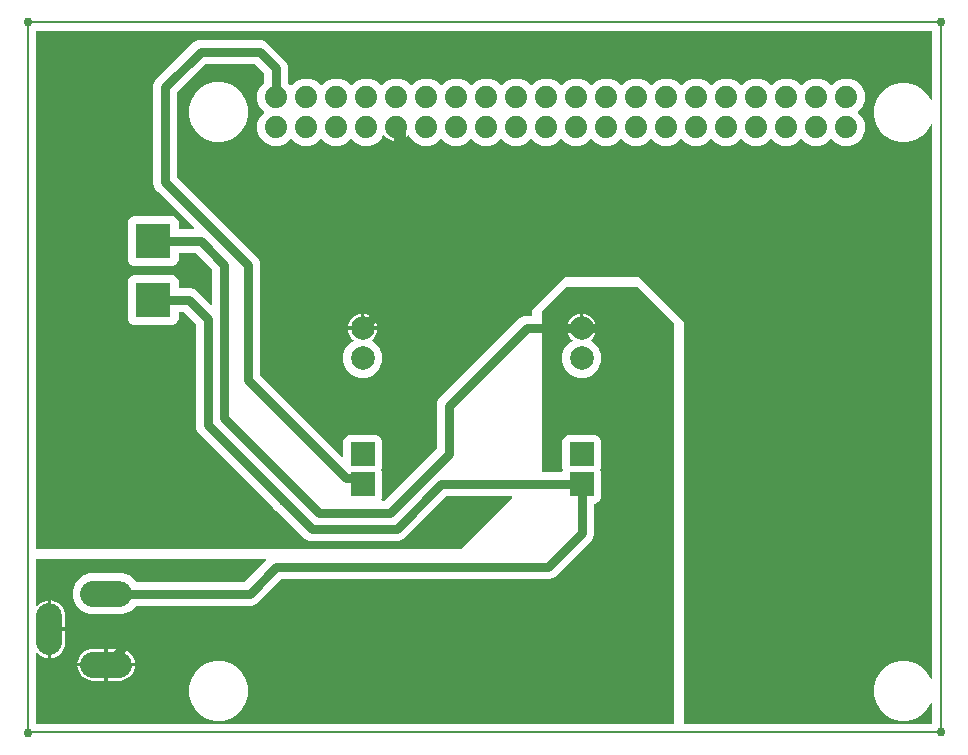
<source format=gbr>
G04 EAGLE Gerber RS-274X export*
G75*
%MOMM*%
%FSLAX34Y34*%
%LPD*%
%AMOC8*
5,1,8,0,0,1.08239X$1,22.5*%
G01*
%ADD10C,2.184400*%
%ADD11C,1.879600*%
%ADD12C,2.000000*%
%ADD13R,2.000000X2.000000*%
%ADD14C,0.756400*%
%ADD15C,0.152400*%
%ADD16C,0.762000*%
%ADD17R,3.000000X3.000000*%

G36*
X768796Y10959D02*
X768796Y10959D01*
X768816Y10956D01*
X768917Y10978D01*
X769019Y10995D01*
X769037Y11004D01*
X769057Y11009D01*
X769146Y11062D01*
X769237Y11110D01*
X769251Y11125D01*
X769268Y11135D01*
X769335Y11214D01*
X769406Y11289D01*
X769415Y11307D01*
X769428Y11322D01*
X769466Y11418D01*
X769510Y11512D01*
X769512Y11531D01*
X769519Y11550D01*
X769538Y11717D01*
X769538Y28047D01*
X769530Y28094D01*
X769532Y28142D01*
X769510Y28215D01*
X769498Y28290D01*
X769476Y28332D01*
X769462Y28378D01*
X769419Y28440D01*
X769383Y28507D01*
X769348Y28540D01*
X769321Y28579D01*
X769260Y28624D01*
X769205Y28676D01*
X769161Y28697D01*
X769123Y28725D01*
X769050Y28748D01*
X768982Y28780D01*
X768934Y28785D01*
X768888Y28800D01*
X768812Y28799D01*
X768737Y28807D01*
X768690Y28797D01*
X768642Y28796D01*
X768571Y28771D01*
X768497Y28755D01*
X768456Y28730D01*
X768410Y28714D01*
X768351Y28667D01*
X768286Y28629D01*
X768255Y28592D01*
X768217Y28563D01*
X768141Y28459D01*
X768126Y28442D01*
X768123Y28436D01*
X768117Y28427D01*
X765285Y23521D01*
X760600Y18836D01*
X754863Y15524D01*
X748464Y13809D01*
X741839Y13809D01*
X735439Y15524D01*
X729702Y18836D01*
X725017Y23521D01*
X721705Y29258D01*
X719990Y35658D01*
X719990Y42283D01*
X721705Y48682D01*
X725017Y54419D01*
X729702Y59104D01*
X735439Y62416D01*
X741839Y64131D01*
X748464Y64131D01*
X754863Y62416D01*
X760600Y59104D01*
X765285Y54419D01*
X768117Y49513D01*
X768148Y49475D01*
X768170Y49433D01*
X768225Y49381D01*
X768273Y49322D01*
X768314Y49297D01*
X768349Y49264D01*
X768417Y49232D01*
X768482Y49191D01*
X768528Y49180D01*
X768572Y49160D01*
X768647Y49152D01*
X768721Y49134D01*
X768769Y49138D01*
X768816Y49133D01*
X768890Y49149D01*
X768966Y49156D01*
X769010Y49175D01*
X769057Y49185D01*
X769122Y49224D01*
X769191Y49255D01*
X769227Y49287D01*
X769268Y49311D01*
X769317Y49369D01*
X769373Y49420D01*
X769396Y49462D01*
X769428Y49498D01*
X769456Y49569D01*
X769493Y49635D01*
X769502Y49682D01*
X769519Y49726D01*
X769534Y49855D01*
X769538Y49877D01*
X769537Y49883D01*
X769538Y49893D01*
X769538Y517996D01*
X769530Y518043D01*
X769532Y518091D01*
X769510Y518164D01*
X769498Y518239D01*
X769476Y518281D01*
X769462Y518327D01*
X769419Y518389D01*
X769383Y518456D01*
X769348Y518489D01*
X769321Y518528D01*
X769260Y518573D01*
X769205Y518625D01*
X769161Y518645D01*
X769123Y518674D01*
X769050Y518697D01*
X768982Y518729D01*
X768934Y518734D01*
X768888Y518749D01*
X768812Y518748D01*
X768737Y518756D01*
X768690Y518746D01*
X768642Y518745D01*
X768571Y518720D01*
X768497Y518704D01*
X768456Y518679D01*
X768410Y518663D01*
X768351Y518616D01*
X768286Y518578D01*
X768255Y518541D01*
X768217Y518512D01*
X768141Y518408D01*
X768126Y518391D01*
X768123Y518384D01*
X768117Y518376D01*
X765274Y513451D01*
X760589Y508766D01*
X754852Y505454D01*
X748452Y503739D01*
X741827Y503739D01*
X735428Y505454D01*
X729691Y508766D01*
X725006Y513451D01*
X721694Y519188D01*
X719979Y525587D01*
X719979Y532212D01*
X721694Y538611D01*
X725006Y544349D01*
X729691Y549033D01*
X735428Y552346D01*
X741827Y554060D01*
X748452Y554060D01*
X754852Y552346D01*
X760589Y549033D01*
X765274Y544349D01*
X768117Y539423D01*
X768148Y539386D01*
X768170Y539343D01*
X768225Y539291D01*
X768273Y539232D01*
X768314Y539207D01*
X768349Y539174D01*
X768417Y539142D01*
X768482Y539102D01*
X768528Y539090D01*
X768572Y539070D01*
X768647Y539062D01*
X768721Y539044D01*
X768769Y539048D01*
X768816Y539043D01*
X768890Y539059D01*
X768966Y539066D01*
X769010Y539085D01*
X769057Y539095D01*
X769122Y539134D01*
X769191Y539165D01*
X769227Y539197D01*
X769268Y539222D01*
X769317Y539279D01*
X769373Y539330D01*
X769396Y539372D01*
X769428Y539409D01*
X769456Y539479D01*
X769493Y539545D01*
X769502Y539592D01*
X769519Y539637D01*
X769534Y539765D01*
X769538Y539787D01*
X769537Y539793D01*
X769538Y539803D01*
X769538Y597365D01*
X769535Y597385D01*
X769537Y597405D01*
X769515Y597506D01*
X769498Y597608D01*
X769489Y597626D01*
X769485Y597645D01*
X769431Y597734D01*
X769383Y597825D01*
X769369Y597839D01*
X769358Y597856D01*
X769280Y597924D01*
X769205Y597995D01*
X769187Y598003D01*
X769172Y598016D01*
X769075Y598055D01*
X768982Y598098D01*
X768962Y598101D01*
X768943Y598108D01*
X768777Y598127D01*
X11603Y598127D01*
X11583Y598123D01*
X11563Y598126D01*
X11462Y598104D01*
X11360Y598087D01*
X11343Y598078D01*
X11323Y598073D01*
X11234Y598020D01*
X11143Y597972D01*
X11129Y597957D01*
X11112Y597947D01*
X11045Y597868D01*
X10973Y597793D01*
X10965Y597775D01*
X10952Y597760D01*
X10913Y597664D01*
X10870Y597570D01*
X10868Y597551D01*
X10860Y597532D01*
X10842Y597365D01*
X10842Y160000D01*
X10845Y159980D01*
X10843Y159961D01*
X10865Y159859D01*
X10881Y159757D01*
X10891Y159740D01*
X10895Y159720D01*
X10948Y159631D01*
X10996Y159540D01*
X11011Y159526D01*
X11021Y159509D01*
X11100Y159442D01*
X11175Y159371D01*
X11193Y159362D01*
X11208Y159349D01*
X11304Y159310D01*
X11398Y159267D01*
X11418Y159265D01*
X11436Y159257D01*
X11603Y159239D01*
X370000Y159239D01*
X370090Y159254D01*
X370181Y159261D01*
X370211Y159273D01*
X370243Y159279D01*
X370323Y159321D01*
X370407Y159357D01*
X370439Y159383D01*
X370460Y159394D01*
X370482Y159417D01*
X370538Y159462D01*
X413576Y202500D01*
X413618Y202558D01*
X413668Y202610D01*
X413690Y202657D01*
X413720Y202699D01*
X413741Y202768D01*
X413771Y202833D01*
X413777Y202885D01*
X413792Y202935D01*
X413790Y203006D01*
X413798Y203077D01*
X413787Y203128D01*
X413786Y203180D01*
X413761Y203248D01*
X413746Y203318D01*
X413719Y203362D01*
X413701Y203411D01*
X413657Y203467D01*
X413620Y203529D01*
X413580Y203563D01*
X413548Y203603D01*
X413487Y203642D01*
X413433Y203689D01*
X413385Y203708D01*
X413341Y203736D01*
X413271Y203754D01*
X413205Y203781D01*
X413133Y203789D01*
X413102Y203797D01*
X413079Y203795D01*
X413038Y203799D01*
X358484Y203799D01*
X358394Y203785D01*
X358303Y203777D01*
X358273Y203765D01*
X358241Y203760D01*
X358161Y203717D01*
X358077Y203681D01*
X358045Y203655D01*
X358024Y203644D01*
X358002Y203621D01*
X357946Y203576D01*
X321786Y167416D01*
X318051Y165869D01*
X242192Y165869D01*
X238458Y167416D01*
X214767Y191107D01*
X214714Y191145D01*
X214667Y191191D01*
X214594Y191231D01*
X214567Y191251D01*
X214549Y191256D01*
X214520Y191272D01*
X214244Y191386D01*
X211386Y194244D01*
X211272Y194520D01*
X211237Y194576D01*
X211212Y194636D01*
X211160Y194701D01*
X211142Y194729D01*
X211127Y194741D01*
X211107Y194767D01*
X150381Y255492D01*
X150381Y255493D01*
X147416Y258458D01*
X145869Y262192D01*
X145869Y349446D01*
X145855Y349536D01*
X145847Y349627D01*
X145835Y349657D01*
X145830Y349689D01*
X145787Y349769D01*
X145751Y349853D01*
X145725Y349885D01*
X145714Y349906D01*
X145691Y349928D01*
X145646Y349984D01*
X136014Y359616D01*
X135940Y359669D01*
X135871Y359729D01*
X135841Y359741D01*
X135815Y359760D01*
X135728Y359787D01*
X135643Y359821D01*
X135602Y359825D01*
X135579Y359832D01*
X135547Y359831D01*
X135476Y359839D01*
X132112Y359839D01*
X132092Y359836D01*
X132073Y359838D01*
X131971Y359816D01*
X131869Y359800D01*
X131852Y359790D01*
X131832Y359786D01*
X131743Y359733D01*
X131652Y359684D01*
X131638Y359670D01*
X131621Y359660D01*
X131554Y359581D01*
X131482Y359506D01*
X131474Y359488D01*
X131461Y359473D01*
X131422Y359377D01*
X131379Y359283D01*
X131377Y359263D01*
X131369Y359245D01*
X131351Y359078D01*
X131351Y353737D01*
X130384Y351403D01*
X128597Y349616D01*
X126263Y348649D01*
X93737Y348649D01*
X91403Y349616D01*
X89616Y351403D01*
X88649Y353737D01*
X88649Y386263D01*
X89616Y388597D01*
X91403Y390384D01*
X93737Y391351D01*
X126263Y391351D01*
X128597Y390384D01*
X130384Y388597D01*
X131351Y386263D01*
X131351Y380922D01*
X131354Y380903D01*
X131352Y380883D01*
X131374Y380781D01*
X131390Y380679D01*
X131400Y380662D01*
X131404Y380642D01*
X131457Y380553D01*
X131506Y380462D01*
X131520Y380448D01*
X131530Y380431D01*
X131609Y380364D01*
X131684Y380292D01*
X131702Y380284D01*
X131717Y380271D01*
X131813Y380232D01*
X131907Y380189D01*
X131927Y380187D01*
X131945Y380179D01*
X132112Y380161D01*
X142021Y380161D01*
X145756Y378614D01*
X148721Y375649D01*
X158540Y365830D01*
X158598Y365788D01*
X158650Y365738D01*
X158697Y365716D01*
X158739Y365686D01*
X158808Y365665D01*
X158873Y365635D01*
X158925Y365629D01*
X158975Y365614D01*
X159046Y365616D01*
X159117Y365608D01*
X159168Y365619D01*
X159220Y365620D01*
X159288Y365645D01*
X159358Y365660D01*
X159402Y365687D01*
X159451Y365705D01*
X159507Y365749D01*
X159569Y365786D01*
X159603Y365826D01*
X159643Y365858D01*
X159682Y365919D01*
X159729Y365973D01*
X159748Y366021D01*
X159776Y366065D01*
X159794Y366135D01*
X159821Y366201D01*
X159829Y366273D01*
X159837Y366304D01*
X159835Y366327D01*
X159839Y366368D01*
X159839Y395476D01*
X159825Y395566D01*
X159817Y395657D01*
X159805Y395687D01*
X159800Y395719D01*
X159757Y395799D01*
X159721Y395883D01*
X159695Y395915D01*
X159684Y395936D01*
X159661Y395958D01*
X159616Y396014D01*
X146014Y409616D01*
X145940Y409669D01*
X145871Y409729D01*
X145841Y409741D01*
X145814Y409760D01*
X145728Y409787D01*
X145643Y409821D01*
X145602Y409825D01*
X145579Y409832D01*
X145547Y409831D01*
X145476Y409839D01*
X132112Y409839D01*
X132092Y409836D01*
X132073Y409838D01*
X131971Y409816D01*
X131869Y409800D01*
X131852Y409790D01*
X131832Y409786D01*
X131743Y409733D01*
X131652Y409684D01*
X131638Y409670D01*
X131621Y409660D01*
X131554Y409581D01*
X131482Y409506D01*
X131474Y409488D01*
X131461Y409473D01*
X131422Y409377D01*
X131379Y409283D01*
X131377Y409263D01*
X131369Y409245D01*
X131351Y409078D01*
X131351Y403737D01*
X130384Y401403D01*
X128597Y399616D01*
X126263Y398649D01*
X93737Y398649D01*
X91403Y399616D01*
X89616Y401403D01*
X88649Y403737D01*
X88649Y436263D01*
X89616Y438597D01*
X91403Y440384D01*
X93737Y441351D01*
X126263Y441351D01*
X128597Y440384D01*
X130384Y438597D01*
X131351Y436263D01*
X131351Y430922D01*
X131354Y430902D01*
X131352Y430883D01*
X131374Y430781D01*
X131390Y430679D01*
X131400Y430662D01*
X131404Y430642D01*
X131457Y430553D01*
X131506Y430462D01*
X131520Y430448D01*
X131530Y430431D01*
X131609Y430364D01*
X131684Y430292D01*
X131702Y430284D01*
X131717Y430271D01*
X131813Y430232D01*
X131907Y430189D01*
X131927Y430187D01*
X131945Y430179D01*
X132112Y430161D01*
X143632Y430161D01*
X143703Y430172D01*
X143774Y430174D01*
X143823Y430192D01*
X143875Y430200D01*
X143938Y430234D01*
X144005Y430259D01*
X144046Y430291D01*
X144092Y430316D01*
X144141Y430368D01*
X144197Y430412D01*
X144226Y430456D01*
X144262Y430494D01*
X144292Y430559D01*
X144330Y430619D01*
X144343Y430670D01*
X144365Y430717D01*
X144373Y430788D01*
X144391Y430858D01*
X144386Y430910D01*
X144392Y430961D01*
X144377Y431032D01*
X144371Y431103D01*
X144351Y431151D01*
X144340Y431202D01*
X144303Y431263D01*
X144275Y431329D01*
X144230Y431385D01*
X144214Y431413D01*
X144196Y431428D01*
X144170Y431460D01*
X114351Y461279D01*
X111386Y464244D01*
X109839Y467979D01*
X109839Y552021D01*
X111386Y555756D01*
X114351Y558721D01*
X141279Y585649D01*
X144244Y588614D01*
X147979Y590161D01*
X202021Y590161D01*
X205756Y588614D01*
X222554Y571816D01*
X224100Y568081D01*
X224100Y554195D01*
X224115Y554105D01*
X224122Y554014D01*
X224135Y553985D01*
X224140Y553953D01*
X224183Y553872D01*
X224219Y553788D01*
X224244Y553756D01*
X224255Y553735D01*
X224279Y553713D01*
X224323Y553657D01*
X226101Y551879D01*
X226118Y551868D01*
X226130Y551852D01*
X226217Y551796D01*
X226301Y551736D01*
X226320Y551730D01*
X226337Y551719D01*
X226437Y551694D01*
X226536Y551663D01*
X226556Y551664D01*
X226575Y551659D01*
X226678Y551667D01*
X226782Y551670D01*
X226801Y551676D01*
X226821Y551678D01*
X226916Y551719D01*
X227013Y551754D01*
X227029Y551767D01*
X227047Y551774D01*
X227178Y551879D01*
X230419Y555120D01*
X236207Y557518D01*
X242472Y557518D01*
X248261Y555120D01*
X251501Y551879D01*
X251518Y551868D01*
X251530Y551852D01*
X251617Y551796D01*
X251701Y551736D01*
X251720Y551730D01*
X251737Y551719D01*
X251837Y551694D01*
X251936Y551663D01*
X251956Y551664D01*
X251975Y551659D01*
X252078Y551667D01*
X252182Y551670D01*
X252201Y551676D01*
X252221Y551678D01*
X252316Y551718D01*
X252413Y551754D01*
X252429Y551767D01*
X252447Y551774D01*
X252578Y551879D01*
X255819Y555120D01*
X261607Y557518D01*
X267872Y557518D01*
X273661Y555120D01*
X276901Y551879D01*
X276918Y551868D01*
X276930Y551852D01*
X277017Y551796D01*
X277101Y551736D01*
X277120Y551730D01*
X277137Y551719D01*
X277237Y551694D01*
X277336Y551663D01*
X277356Y551664D01*
X277375Y551659D01*
X277478Y551667D01*
X277582Y551670D01*
X277601Y551676D01*
X277621Y551678D01*
X277716Y551718D01*
X277813Y551754D01*
X277829Y551767D01*
X277847Y551774D01*
X277978Y551879D01*
X281219Y555120D01*
X287007Y557518D01*
X293272Y557518D01*
X299061Y555120D01*
X302301Y551879D01*
X302318Y551868D01*
X302330Y551852D01*
X302417Y551796D01*
X302501Y551736D01*
X302520Y551730D01*
X302537Y551719D01*
X302637Y551694D01*
X302736Y551663D01*
X302756Y551664D01*
X302775Y551659D01*
X302878Y551667D01*
X302982Y551670D01*
X303001Y551676D01*
X303021Y551678D01*
X303116Y551718D01*
X303213Y551754D01*
X303229Y551767D01*
X303247Y551774D01*
X303378Y551879D01*
X306619Y555120D01*
X312407Y557518D01*
X318672Y557518D01*
X324461Y555120D01*
X327701Y551879D01*
X327718Y551868D01*
X327730Y551852D01*
X327817Y551796D01*
X327901Y551736D01*
X327920Y551730D01*
X327937Y551719D01*
X328037Y551694D01*
X328136Y551663D01*
X328156Y551664D01*
X328175Y551659D01*
X328278Y551667D01*
X328382Y551670D01*
X328401Y551676D01*
X328421Y551678D01*
X328516Y551718D01*
X328613Y551754D01*
X328629Y551767D01*
X328647Y551774D01*
X328778Y551879D01*
X332019Y555120D01*
X337807Y557518D01*
X344072Y557518D01*
X349861Y555120D01*
X353101Y551879D01*
X353118Y551868D01*
X353130Y551852D01*
X353217Y551796D01*
X353301Y551736D01*
X353320Y551730D01*
X353337Y551719D01*
X353437Y551694D01*
X353536Y551663D01*
X353556Y551664D01*
X353575Y551659D01*
X353678Y551667D01*
X353782Y551670D01*
X353801Y551676D01*
X353821Y551678D01*
X353916Y551718D01*
X354013Y551754D01*
X354029Y551767D01*
X354047Y551774D01*
X354178Y551879D01*
X357419Y555120D01*
X363207Y557518D01*
X369472Y557518D01*
X375261Y555120D01*
X378501Y551879D01*
X378518Y551868D01*
X378530Y551852D01*
X378617Y551796D01*
X378701Y551736D01*
X378720Y551730D01*
X378737Y551719D01*
X378837Y551694D01*
X378936Y551663D01*
X378956Y551664D01*
X378975Y551659D01*
X379078Y551667D01*
X379182Y551670D01*
X379201Y551676D01*
X379221Y551678D01*
X379316Y551718D01*
X379413Y551754D01*
X379429Y551767D01*
X379447Y551774D01*
X379578Y551879D01*
X382819Y555120D01*
X388607Y557518D01*
X394872Y557518D01*
X400661Y555120D01*
X403901Y551879D01*
X403918Y551868D01*
X403930Y551852D01*
X404017Y551796D01*
X404101Y551736D01*
X404120Y551730D01*
X404137Y551719D01*
X404237Y551694D01*
X404336Y551663D01*
X404356Y551664D01*
X404375Y551659D01*
X404478Y551667D01*
X404582Y551670D01*
X404601Y551676D01*
X404621Y551678D01*
X404716Y551718D01*
X404813Y551754D01*
X404829Y551767D01*
X404847Y551774D01*
X404978Y551879D01*
X408219Y555120D01*
X414007Y557518D01*
X420272Y557518D01*
X426061Y555120D01*
X429301Y551879D01*
X429318Y551868D01*
X429330Y551852D01*
X429417Y551796D01*
X429501Y551736D01*
X429520Y551730D01*
X429537Y551719D01*
X429637Y551694D01*
X429736Y551663D01*
X429756Y551664D01*
X429775Y551659D01*
X429878Y551667D01*
X429982Y551670D01*
X430001Y551676D01*
X430021Y551678D01*
X430116Y551718D01*
X430213Y551754D01*
X430229Y551767D01*
X430247Y551774D01*
X430378Y551879D01*
X433619Y555120D01*
X439407Y557518D01*
X445672Y557518D01*
X451461Y555120D01*
X454701Y551879D01*
X454718Y551868D01*
X454730Y551852D01*
X454817Y551796D01*
X454901Y551736D01*
X454920Y551730D01*
X454937Y551719D01*
X455037Y551694D01*
X455136Y551663D01*
X455156Y551664D01*
X455175Y551659D01*
X455278Y551667D01*
X455382Y551670D01*
X455401Y551676D01*
X455421Y551678D01*
X455516Y551718D01*
X455613Y551754D01*
X455629Y551767D01*
X455647Y551774D01*
X455778Y551879D01*
X459019Y555120D01*
X464807Y557518D01*
X471072Y557518D01*
X476861Y555120D01*
X480101Y551879D01*
X480118Y551868D01*
X480130Y551852D01*
X480217Y551796D01*
X480301Y551736D01*
X480320Y551730D01*
X480337Y551719D01*
X480437Y551694D01*
X480536Y551663D01*
X480556Y551664D01*
X480575Y551659D01*
X480678Y551667D01*
X480782Y551670D01*
X480801Y551676D01*
X480821Y551678D01*
X480916Y551718D01*
X481013Y551754D01*
X481029Y551767D01*
X481047Y551774D01*
X481178Y551879D01*
X484419Y555120D01*
X490207Y557518D01*
X496472Y557518D01*
X502261Y555120D01*
X505501Y551879D01*
X505518Y551868D01*
X505530Y551852D01*
X505617Y551796D01*
X505701Y551736D01*
X505720Y551730D01*
X505737Y551719D01*
X505837Y551694D01*
X505936Y551663D01*
X505956Y551664D01*
X505975Y551659D01*
X506078Y551667D01*
X506182Y551670D01*
X506201Y551676D01*
X506221Y551678D01*
X506316Y551718D01*
X506413Y551754D01*
X506429Y551767D01*
X506447Y551774D01*
X506578Y551879D01*
X509819Y555120D01*
X515607Y557518D01*
X521872Y557518D01*
X527661Y555120D01*
X530901Y551879D01*
X530918Y551868D01*
X530930Y551852D01*
X531017Y551796D01*
X531101Y551736D01*
X531120Y551730D01*
X531137Y551719D01*
X531237Y551694D01*
X531336Y551663D01*
X531356Y551664D01*
X531375Y551659D01*
X531478Y551667D01*
X531582Y551670D01*
X531601Y551676D01*
X531621Y551678D01*
X531716Y551718D01*
X531813Y551754D01*
X531829Y551767D01*
X531847Y551774D01*
X531978Y551879D01*
X535219Y555120D01*
X541007Y557518D01*
X547272Y557518D01*
X553061Y555120D01*
X556301Y551879D01*
X556318Y551868D01*
X556330Y551852D01*
X556417Y551796D01*
X556501Y551736D01*
X556520Y551730D01*
X556537Y551719D01*
X556637Y551694D01*
X556736Y551663D01*
X556756Y551664D01*
X556775Y551659D01*
X556878Y551667D01*
X556982Y551670D01*
X557001Y551676D01*
X557021Y551678D01*
X557116Y551718D01*
X557213Y551754D01*
X557229Y551767D01*
X557247Y551774D01*
X557378Y551879D01*
X560619Y555120D01*
X566407Y557518D01*
X572672Y557518D01*
X578461Y555120D01*
X581701Y551879D01*
X581718Y551868D01*
X581730Y551852D01*
X581817Y551796D01*
X581901Y551736D01*
X581920Y551730D01*
X581937Y551719D01*
X582037Y551694D01*
X582136Y551663D01*
X582156Y551664D01*
X582175Y551659D01*
X582278Y551667D01*
X582382Y551670D01*
X582401Y551676D01*
X582421Y551678D01*
X582516Y551718D01*
X582613Y551754D01*
X582629Y551767D01*
X582647Y551774D01*
X582778Y551879D01*
X586019Y555120D01*
X591807Y557518D01*
X598072Y557518D01*
X603861Y555120D01*
X607101Y551879D01*
X607118Y551868D01*
X607130Y551852D01*
X607217Y551796D01*
X607301Y551736D01*
X607320Y551730D01*
X607337Y551719D01*
X607437Y551694D01*
X607536Y551663D01*
X607556Y551664D01*
X607575Y551659D01*
X607678Y551667D01*
X607782Y551670D01*
X607801Y551676D01*
X607821Y551678D01*
X607916Y551718D01*
X608013Y551754D01*
X608029Y551767D01*
X608047Y551774D01*
X608178Y551879D01*
X611419Y555120D01*
X617207Y557518D01*
X623472Y557518D01*
X629261Y555120D01*
X632501Y551879D01*
X632518Y551868D01*
X632530Y551852D01*
X632617Y551796D01*
X632701Y551736D01*
X632720Y551730D01*
X632737Y551719D01*
X632837Y551694D01*
X632936Y551663D01*
X632956Y551664D01*
X632975Y551659D01*
X633078Y551667D01*
X633182Y551670D01*
X633201Y551676D01*
X633221Y551678D01*
X633316Y551718D01*
X633413Y551754D01*
X633429Y551767D01*
X633447Y551774D01*
X633578Y551879D01*
X636819Y555120D01*
X642607Y557518D01*
X648872Y557518D01*
X654661Y555120D01*
X657901Y551879D01*
X657918Y551868D01*
X657930Y551852D01*
X658017Y551796D01*
X658101Y551736D01*
X658120Y551730D01*
X658137Y551719D01*
X658237Y551694D01*
X658336Y551663D01*
X658356Y551664D01*
X658375Y551659D01*
X658478Y551667D01*
X658582Y551670D01*
X658601Y551676D01*
X658621Y551678D01*
X658716Y551718D01*
X658813Y551754D01*
X658829Y551767D01*
X658847Y551774D01*
X658978Y551879D01*
X662219Y555120D01*
X668007Y557518D01*
X674272Y557518D01*
X680061Y555120D01*
X683301Y551879D01*
X683318Y551868D01*
X683330Y551852D01*
X683417Y551796D01*
X683501Y551736D01*
X683520Y551730D01*
X683537Y551719D01*
X683637Y551694D01*
X683736Y551663D01*
X683756Y551664D01*
X683775Y551659D01*
X683878Y551667D01*
X683982Y551670D01*
X684001Y551676D01*
X684021Y551678D01*
X684116Y551718D01*
X684213Y551754D01*
X684229Y551767D01*
X684247Y551774D01*
X684378Y551879D01*
X687619Y555120D01*
X693407Y557518D01*
X699672Y557518D01*
X705461Y555120D01*
X709891Y550690D01*
X712288Y544901D01*
X712288Y538636D01*
X709891Y532848D01*
X706650Y529607D01*
X706638Y529591D01*
X706623Y529578D01*
X706567Y529491D01*
X706507Y529407D01*
X706501Y529388D01*
X706490Y529372D01*
X706465Y529271D01*
X706434Y529172D01*
X706435Y529152D01*
X706430Y529133D01*
X706438Y529030D01*
X706441Y528926D01*
X706447Y528908D01*
X706449Y528888D01*
X706489Y528793D01*
X706525Y528695D01*
X706537Y528680D01*
X706545Y528661D01*
X706650Y528530D01*
X709891Y525290D01*
X712288Y519501D01*
X712288Y513236D01*
X709891Y507448D01*
X705461Y503018D01*
X699672Y500620D01*
X693407Y500620D01*
X687619Y503018D01*
X684378Y506258D01*
X684362Y506270D01*
X684349Y506286D01*
X684262Y506342D01*
X684178Y506402D01*
X684159Y506408D01*
X684142Y506419D01*
X684042Y506444D01*
X683943Y506474D01*
X683923Y506474D01*
X683904Y506479D01*
X683801Y506471D01*
X683697Y506468D01*
X683678Y506461D01*
X683659Y506460D01*
X683564Y506419D01*
X683466Y506384D01*
X683451Y506371D01*
X683432Y506363D01*
X683301Y506258D01*
X680061Y503018D01*
X674272Y500620D01*
X668007Y500620D01*
X662219Y503018D01*
X658978Y506258D01*
X658962Y506270D01*
X658949Y506286D01*
X658862Y506342D01*
X658778Y506402D01*
X658759Y506408D01*
X658742Y506419D01*
X658642Y506444D01*
X658543Y506474D01*
X658523Y506474D01*
X658504Y506479D01*
X658401Y506471D01*
X658297Y506468D01*
X658278Y506461D01*
X658259Y506460D01*
X658164Y506419D01*
X658066Y506384D01*
X658051Y506371D01*
X658032Y506363D01*
X657901Y506258D01*
X654661Y503018D01*
X648872Y500620D01*
X642607Y500620D01*
X636819Y503018D01*
X633578Y506258D01*
X633562Y506270D01*
X633549Y506286D01*
X633462Y506342D01*
X633378Y506402D01*
X633359Y506408D01*
X633342Y506419D01*
X633242Y506444D01*
X633143Y506474D01*
X633123Y506474D01*
X633104Y506479D01*
X633001Y506471D01*
X632897Y506468D01*
X632878Y506461D01*
X632859Y506460D01*
X632764Y506419D01*
X632666Y506384D01*
X632651Y506371D01*
X632632Y506363D01*
X632501Y506258D01*
X629261Y503018D01*
X623472Y500620D01*
X617207Y500620D01*
X611419Y503018D01*
X608178Y506258D01*
X608162Y506270D01*
X608149Y506286D01*
X608062Y506342D01*
X607978Y506402D01*
X607959Y506408D01*
X607942Y506419D01*
X607842Y506444D01*
X607743Y506474D01*
X607723Y506474D01*
X607704Y506479D01*
X607601Y506471D01*
X607497Y506468D01*
X607478Y506461D01*
X607459Y506460D01*
X607364Y506419D01*
X607266Y506384D01*
X607251Y506371D01*
X607232Y506363D01*
X607101Y506258D01*
X603861Y503018D01*
X598072Y500620D01*
X591807Y500620D01*
X586019Y503018D01*
X582778Y506258D01*
X582762Y506270D01*
X582749Y506286D01*
X582662Y506342D01*
X582578Y506402D01*
X582559Y506408D01*
X582542Y506419D01*
X582442Y506444D01*
X582343Y506474D01*
X582323Y506474D01*
X582304Y506479D01*
X582201Y506471D01*
X582097Y506468D01*
X582078Y506461D01*
X582059Y506460D01*
X581964Y506419D01*
X581866Y506384D01*
X581851Y506371D01*
X581832Y506363D01*
X581701Y506258D01*
X578461Y503018D01*
X572672Y500620D01*
X566407Y500620D01*
X560619Y503018D01*
X557378Y506258D01*
X557362Y506270D01*
X557349Y506286D01*
X557262Y506342D01*
X557178Y506402D01*
X557159Y506408D01*
X557142Y506419D01*
X557042Y506444D01*
X556943Y506474D01*
X556923Y506474D01*
X556904Y506479D01*
X556801Y506471D01*
X556697Y506468D01*
X556678Y506461D01*
X556659Y506460D01*
X556564Y506419D01*
X556466Y506384D01*
X556451Y506371D01*
X556432Y506363D01*
X556301Y506258D01*
X553061Y503018D01*
X547272Y500620D01*
X541007Y500620D01*
X535219Y503018D01*
X531978Y506258D01*
X531962Y506270D01*
X531949Y506286D01*
X531862Y506342D01*
X531778Y506402D01*
X531759Y506408D01*
X531742Y506419D01*
X531642Y506444D01*
X531543Y506474D01*
X531523Y506474D01*
X531504Y506479D01*
X531401Y506471D01*
X531297Y506468D01*
X531279Y506461D01*
X531259Y506460D01*
X531164Y506419D01*
X531066Y506384D01*
X531051Y506371D01*
X531032Y506363D01*
X530901Y506258D01*
X527661Y503018D01*
X521872Y500620D01*
X515607Y500620D01*
X509819Y503018D01*
X506578Y506258D01*
X506562Y506270D01*
X506549Y506286D01*
X506462Y506342D01*
X506378Y506402D01*
X506359Y506408D01*
X506342Y506419D01*
X506242Y506444D01*
X506143Y506474D01*
X506123Y506474D01*
X506104Y506479D01*
X506001Y506471D01*
X505897Y506468D01*
X505878Y506461D01*
X505859Y506460D01*
X505764Y506419D01*
X505666Y506384D01*
X505651Y506371D01*
X505632Y506363D01*
X505501Y506258D01*
X502261Y503018D01*
X496472Y500620D01*
X490207Y500620D01*
X484419Y503018D01*
X481178Y506258D01*
X481162Y506270D01*
X481149Y506286D01*
X481062Y506342D01*
X480978Y506402D01*
X480959Y506408D01*
X480942Y506419D01*
X480842Y506444D01*
X480743Y506474D01*
X480723Y506474D01*
X480704Y506479D01*
X480601Y506471D01*
X480497Y506468D01*
X480478Y506461D01*
X480459Y506460D01*
X480364Y506419D01*
X480266Y506384D01*
X480251Y506371D01*
X480232Y506363D01*
X480101Y506258D01*
X476861Y503018D01*
X471072Y500620D01*
X464807Y500620D01*
X459019Y503018D01*
X455778Y506258D01*
X455762Y506270D01*
X455749Y506286D01*
X455662Y506342D01*
X455578Y506402D01*
X455559Y506408D01*
X455542Y506419D01*
X455442Y506444D01*
X455343Y506474D01*
X455323Y506474D01*
X455304Y506479D01*
X455201Y506471D01*
X455097Y506468D01*
X455078Y506461D01*
X455059Y506460D01*
X454964Y506419D01*
X454866Y506384D01*
X454851Y506371D01*
X454832Y506363D01*
X454701Y506258D01*
X451461Y503018D01*
X445672Y500620D01*
X439407Y500620D01*
X433619Y503018D01*
X430378Y506258D01*
X430362Y506270D01*
X430349Y506286D01*
X430262Y506342D01*
X430178Y506402D01*
X430159Y506408D01*
X430142Y506419D01*
X430042Y506444D01*
X429943Y506474D01*
X429923Y506474D01*
X429904Y506479D01*
X429801Y506471D01*
X429697Y506468D01*
X429678Y506461D01*
X429659Y506460D01*
X429564Y506419D01*
X429466Y506384D01*
X429451Y506371D01*
X429432Y506363D01*
X429301Y506258D01*
X426061Y503018D01*
X420272Y500620D01*
X414007Y500620D01*
X408219Y503018D01*
X404978Y506258D01*
X404962Y506270D01*
X404949Y506286D01*
X404862Y506342D01*
X404778Y506402D01*
X404759Y506408D01*
X404742Y506419D01*
X404642Y506444D01*
X404543Y506474D01*
X404523Y506474D01*
X404504Y506479D01*
X404401Y506471D01*
X404297Y506468D01*
X404278Y506461D01*
X404259Y506460D01*
X404164Y506419D01*
X404066Y506384D01*
X404051Y506371D01*
X404032Y506363D01*
X403901Y506258D01*
X400661Y503018D01*
X394872Y500620D01*
X388607Y500620D01*
X382819Y503018D01*
X379578Y506258D01*
X379562Y506270D01*
X379549Y506286D01*
X379462Y506342D01*
X379378Y506402D01*
X379359Y506408D01*
X379342Y506419D01*
X379242Y506444D01*
X379143Y506474D01*
X379123Y506474D01*
X379104Y506479D01*
X379001Y506471D01*
X378897Y506468D01*
X378878Y506461D01*
X378859Y506460D01*
X378764Y506419D01*
X378666Y506384D01*
X378651Y506371D01*
X378632Y506363D01*
X378501Y506258D01*
X375261Y503018D01*
X369472Y500620D01*
X363207Y500620D01*
X357419Y503018D01*
X354178Y506258D01*
X354162Y506270D01*
X354149Y506286D01*
X354062Y506342D01*
X353978Y506402D01*
X353959Y506408D01*
X353942Y506419D01*
X353842Y506444D01*
X353743Y506474D01*
X353723Y506474D01*
X353704Y506479D01*
X353601Y506471D01*
X353497Y506468D01*
X353478Y506461D01*
X353459Y506460D01*
X353364Y506419D01*
X353266Y506384D01*
X353251Y506371D01*
X353232Y506363D01*
X353101Y506258D01*
X349861Y503018D01*
X344072Y500620D01*
X337807Y500620D01*
X332019Y503018D01*
X327589Y507448D01*
X326739Y509500D01*
X326683Y509589D01*
X326632Y509681D01*
X326619Y509693D01*
X326609Y509709D01*
X326528Y509776D01*
X326450Y509847D01*
X326434Y509854D01*
X326420Y509866D01*
X326322Y509903D01*
X326225Y509946D01*
X326207Y509947D01*
X326190Y509954D01*
X326085Y509958D01*
X325980Y509968D01*
X325962Y509963D01*
X325944Y509964D01*
X325843Y509935D01*
X325741Y509910D01*
X325725Y509901D01*
X325708Y509896D01*
X325622Y509836D01*
X325532Y509780D01*
X325517Y509763D01*
X325506Y509755D01*
X325487Y509730D01*
X325419Y509656D01*
X324646Y508591D01*
X323317Y507263D01*
X321797Y506158D01*
X320123Y505305D01*
X318335Y504724D01*
X317063Y504522D01*
X317063Y515607D01*
X317060Y515626D01*
X317062Y515646D01*
X317040Y515747D01*
X317023Y515849D01*
X317014Y515867D01*
X317010Y515886D01*
X316956Y515975D01*
X316908Y516067D01*
X316894Y516080D01*
X316883Y516098D01*
X316805Y516165D01*
X316730Y516236D01*
X316712Y516245D01*
X316697Y516257D01*
X316600Y516296D01*
X316507Y516340D01*
X316487Y516342D01*
X316468Y516349D01*
X316302Y516368D01*
X314778Y516368D01*
X314758Y516365D01*
X314738Y516367D01*
X314637Y516345D01*
X314535Y516328D01*
X314517Y516319D01*
X314498Y516315D01*
X314409Y516261D01*
X314318Y516213D01*
X314304Y516199D01*
X314287Y516188D01*
X314219Y516110D01*
X314148Y516035D01*
X314140Y516017D01*
X314127Y516002D01*
X314088Y515905D01*
X314045Y515812D01*
X314042Y515792D01*
X314035Y515773D01*
X314016Y515607D01*
X314016Y504522D01*
X312744Y504724D01*
X310957Y505305D01*
X309283Y506158D01*
X307762Y507263D01*
X306433Y508591D01*
X305660Y509656D01*
X305585Y509730D01*
X305514Y509807D01*
X305498Y509816D01*
X305485Y509829D01*
X305391Y509875D01*
X305298Y509926D01*
X305281Y509929D01*
X305264Y509937D01*
X305160Y509951D01*
X305056Y509969D01*
X305038Y509967D01*
X305020Y509969D01*
X304917Y509949D01*
X304813Y509934D01*
X304797Y509925D01*
X304779Y509922D01*
X304687Y509870D01*
X304594Y509822D01*
X304581Y509809D01*
X304565Y509800D01*
X304495Y509722D01*
X304422Y509647D01*
X304411Y509627D01*
X304402Y509617D01*
X304389Y509588D01*
X304341Y509500D01*
X303491Y507448D01*
X299061Y503018D01*
X293272Y500620D01*
X287007Y500620D01*
X281219Y503018D01*
X277978Y506258D01*
X277962Y506270D01*
X277949Y506286D01*
X277862Y506342D01*
X277778Y506402D01*
X277759Y506408D01*
X277742Y506419D01*
X277642Y506444D01*
X277543Y506474D01*
X277523Y506474D01*
X277504Y506479D01*
X277401Y506471D01*
X277297Y506468D01*
X277278Y506461D01*
X277259Y506460D01*
X277164Y506419D01*
X277066Y506384D01*
X277051Y506371D01*
X277032Y506363D01*
X276901Y506258D01*
X273661Y503018D01*
X267872Y500620D01*
X261607Y500620D01*
X255819Y503018D01*
X252578Y506258D01*
X252562Y506270D01*
X252549Y506286D01*
X252462Y506342D01*
X252378Y506402D01*
X252359Y506408D01*
X252342Y506419D01*
X252242Y506444D01*
X252143Y506474D01*
X252123Y506474D01*
X252104Y506479D01*
X252001Y506471D01*
X251897Y506468D01*
X251878Y506461D01*
X251859Y506460D01*
X251764Y506419D01*
X251666Y506384D01*
X251651Y506371D01*
X251632Y506363D01*
X251501Y506258D01*
X248261Y503018D01*
X242472Y500620D01*
X236207Y500620D01*
X230419Y503018D01*
X227178Y506258D01*
X227162Y506270D01*
X227149Y506286D01*
X227062Y506342D01*
X226978Y506402D01*
X226959Y506408D01*
X226942Y506419D01*
X226842Y506444D01*
X226743Y506474D01*
X226723Y506474D01*
X226704Y506479D01*
X226601Y506471D01*
X226497Y506468D01*
X226478Y506461D01*
X226459Y506460D01*
X226364Y506419D01*
X226266Y506384D01*
X226251Y506371D01*
X226232Y506363D01*
X226101Y506258D01*
X222861Y503018D01*
X217072Y500620D01*
X210807Y500620D01*
X205019Y503018D01*
X200589Y507448D01*
X198191Y513236D01*
X198191Y519501D01*
X200589Y525290D01*
X203829Y528531D01*
X203841Y528547D01*
X203857Y528559D01*
X203913Y528647D01*
X203973Y528730D01*
X203979Y528749D01*
X203990Y528766D01*
X204015Y528867D01*
X204045Y528965D01*
X204045Y528985D01*
X204050Y529005D01*
X204042Y529108D01*
X204039Y529211D01*
X204032Y529230D01*
X204030Y529250D01*
X203990Y529345D01*
X203954Y529442D01*
X203942Y529458D01*
X203934Y529476D01*
X203829Y529607D01*
X200589Y532848D01*
X198191Y538636D01*
X198191Y544901D01*
X200589Y550690D01*
X203556Y553657D01*
X203609Y553731D01*
X203669Y553801D01*
X203681Y553831D01*
X203700Y553857D01*
X203726Y553944D01*
X203760Y554029D01*
X203765Y554070D01*
X203772Y554092D01*
X203771Y554124D01*
X203779Y554195D01*
X203779Y561536D01*
X203764Y561626D01*
X203757Y561717D01*
X203744Y561747D01*
X203739Y561779D01*
X203696Y561860D01*
X203661Y561944D01*
X203635Y561976D01*
X203624Y561996D01*
X203601Y562019D01*
X203556Y562075D01*
X196014Y569616D01*
X195940Y569669D01*
X195871Y569729D01*
X195841Y569741D01*
X195814Y569760D01*
X195728Y569787D01*
X195643Y569821D01*
X195602Y569825D01*
X195579Y569832D01*
X195547Y569831D01*
X195476Y569839D01*
X154524Y569839D01*
X154434Y569825D01*
X154343Y569817D01*
X154313Y569805D01*
X154281Y569800D01*
X154201Y569757D01*
X154117Y569721D01*
X154085Y569695D01*
X154064Y569684D01*
X154042Y569661D01*
X153986Y569616D01*
X130384Y546014D01*
X130331Y545940D01*
X130271Y545871D01*
X130259Y545841D01*
X130240Y545815D01*
X130213Y545728D01*
X130179Y545643D01*
X130175Y545602D01*
X130168Y545579D01*
X130169Y545547D01*
X130161Y545476D01*
X130161Y474524D01*
X130162Y474518D01*
X130162Y474517D01*
X130162Y474515D01*
X130175Y474434D01*
X130183Y474343D01*
X130195Y474313D01*
X130200Y474281D01*
X130243Y474201D01*
X130279Y474117D01*
X130305Y474085D01*
X130316Y474064D01*
X130339Y474042D01*
X130384Y473986D01*
X198614Y405756D01*
X200161Y402021D01*
X200161Y306806D01*
X200175Y306716D01*
X200183Y306625D01*
X200195Y306595D01*
X200200Y306563D01*
X200243Y306482D01*
X200279Y306398D01*
X200305Y306366D01*
X200316Y306345D01*
X200339Y306323D01*
X200384Y306267D01*
X269640Y237011D01*
X269698Y236969D01*
X269750Y236920D01*
X269797Y236898D01*
X269839Y236868D01*
X269908Y236847D01*
X269973Y236816D01*
X270025Y236811D01*
X270075Y236795D01*
X270146Y236797D01*
X270217Y236789D01*
X270268Y236800D01*
X270320Y236802D01*
X270388Y236826D01*
X270458Y236842D01*
X270503Y236868D01*
X270551Y236886D01*
X270607Y236931D01*
X270669Y236968D01*
X270703Y237007D01*
X270743Y237040D01*
X270782Y237100D01*
X270829Y237155D01*
X270848Y237203D01*
X270876Y237247D01*
X270894Y237316D01*
X270921Y237383D01*
X270929Y237454D01*
X270937Y237485D01*
X270935Y237509D01*
X270939Y237550D01*
X270939Y250623D01*
X271906Y252957D01*
X273693Y254744D01*
X276027Y255711D01*
X298553Y255711D01*
X300887Y254744D01*
X302674Y252957D01*
X303641Y250623D01*
X303641Y228097D01*
X303166Y226951D01*
X303145Y226863D01*
X303117Y226776D01*
X303117Y226743D01*
X303110Y226712D01*
X303119Y226621D01*
X303120Y226530D01*
X303131Y226490D01*
X303133Y226467D01*
X303146Y226438D01*
X303166Y226369D01*
X303641Y225223D01*
X303641Y202697D01*
X303026Y201213D01*
X303016Y201169D01*
X302996Y201127D01*
X302988Y201050D01*
X302970Y200974D01*
X302974Y200928D01*
X302969Y200883D01*
X302986Y200806D01*
X302993Y200729D01*
X303012Y200687D01*
X303022Y200642D01*
X303062Y200575D01*
X303093Y200504D01*
X303124Y200470D01*
X303148Y200431D01*
X303207Y200380D01*
X303260Y200323D01*
X303300Y200301D01*
X303335Y200271D01*
X303407Y200242D01*
X303475Y200205D01*
X303520Y200196D01*
X303563Y200179D01*
X303699Y200164D01*
X303717Y200161D01*
X303722Y200162D01*
X303730Y200161D01*
X305476Y200161D01*
X305566Y200175D01*
X305657Y200183D01*
X305687Y200195D01*
X305719Y200200D01*
X305799Y200243D01*
X305883Y200279D01*
X305915Y200305D01*
X305936Y200316D01*
X305958Y200339D01*
X306014Y200384D01*
X349616Y243986D01*
X349669Y244060D01*
X349729Y244129D01*
X349741Y244159D01*
X349760Y244186D01*
X349787Y244272D01*
X349821Y244357D01*
X349825Y244398D01*
X349832Y244421D01*
X349831Y244453D01*
X349839Y244524D01*
X349839Y282021D01*
X351386Y285756D01*
X420284Y354654D01*
X424019Y356201D01*
X429793Y356201D01*
X429798Y356201D01*
X429802Y356201D01*
X429919Y356221D01*
X430036Y356240D01*
X430040Y356243D01*
X430044Y356243D01*
X430150Y356301D01*
X430254Y356356D01*
X430257Y356359D01*
X430260Y356361D01*
X430342Y356449D01*
X430423Y356534D01*
X430425Y356538D01*
X430428Y356541D01*
X430477Y356649D01*
X430527Y356757D01*
X430527Y356761D01*
X430529Y356765D01*
X430554Y356931D01*
X430749Y361730D01*
X458257Y389239D01*
X521304Y389239D01*
X559239Y351304D01*
X559239Y11717D01*
X559242Y11697D01*
X559240Y11677D01*
X559262Y11576D01*
X559279Y11474D01*
X559288Y11456D01*
X559292Y11437D01*
X559345Y11348D01*
X559394Y11257D01*
X559408Y11243D01*
X559418Y11226D01*
X559497Y11158D01*
X559572Y11087D01*
X559590Y11079D01*
X559605Y11066D01*
X559701Y11027D01*
X559795Y10984D01*
X559815Y10981D01*
X559833Y10974D01*
X560000Y10955D01*
X768777Y10955D01*
X768796Y10959D01*
G37*
G36*
X550020Y10959D02*
X550020Y10959D01*
X550039Y10956D01*
X550141Y10978D01*
X550243Y10995D01*
X550260Y11004D01*
X550280Y11009D01*
X550369Y11062D01*
X550460Y11110D01*
X550474Y11125D01*
X550491Y11135D01*
X550558Y11214D01*
X550630Y11289D01*
X550638Y11307D01*
X550651Y11322D01*
X550690Y11418D01*
X550733Y11512D01*
X550735Y11531D01*
X550743Y11550D01*
X550761Y11717D01*
X550761Y350000D01*
X550747Y350090D01*
X550739Y350181D01*
X550727Y350211D01*
X550722Y350243D01*
X550679Y350323D01*
X550643Y350407D01*
X550617Y350439D01*
X550606Y350460D01*
X550583Y350482D01*
X550538Y350538D01*
X520538Y380538D01*
X520464Y380591D01*
X520395Y380651D01*
X520365Y380663D01*
X520339Y380682D01*
X520252Y380709D01*
X520167Y380743D01*
X520126Y380747D01*
X520103Y380754D01*
X520071Y380753D01*
X520000Y380761D01*
X460000Y380761D01*
X459910Y380747D01*
X459819Y380739D01*
X459789Y380727D01*
X459757Y380722D01*
X459677Y380679D01*
X459593Y380643D01*
X459561Y380617D01*
X459540Y380606D01*
X459518Y380583D01*
X459462Y380538D01*
X439462Y360538D01*
X439409Y360464D01*
X439349Y360395D01*
X439337Y360365D01*
X439318Y360339D01*
X439291Y360252D01*
X439257Y360167D01*
X439253Y360126D01*
X439246Y360103D01*
X439247Y360071D01*
X439239Y360000D01*
X439239Y224882D01*
X439242Y224862D01*
X439240Y224843D01*
X439262Y224741D01*
X439279Y224639D01*
X439288Y224622D01*
X439292Y224602D01*
X439345Y224513D01*
X439394Y224422D01*
X439408Y224408D01*
X439418Y224391D01*
X439497Y224324D01*
X439572Y224252D01*
X439590Y224244D01*
X439605Y224231D01*
X439701Y224192D01*
X439795Y224149D01*
X439815Y224147D01*
X439833Y224139D01*
X440000Y224121D01*
X455598Y224121D01*
X455618Y224124D01*
X455637Y224122D01*
X455739Y224144D01*
X455841Y224160D01*
X455858Y224170D01*
X455878Y224174D01*
X455967Y224227D01*
X456058Y224276D01*
X456072Y224290D01*
X456089Y224300D01*
X456156Y224379D01*
X456228Y224454D01*
X456236Y224472D01*
X456249Y224487D01*
X456288Y224583D01*
X456331Y224677D01*
X456333Y224697D01*
X456341Y224715D01*
X456359Y224882D01*
X456359Y225223D01*
X456834Y226369D01*
X456855Y226457D01*
X456883Y226544D01*
X456883Y226577D01*
X456890Y226608D01*
X456881Y226699D01*
X456880Y226790D01*
X456869Y226830D01*
X456867Y226853D01*
X456854Y226882D01*
X456834Y226951D01*
X456359Y228097D01*
X456359Y250623D01*
X457326Y252957D01*
X459113Y254744D01*
X461447Y255711D01*
X483973Y255711D01*
X486307Y254744D01*
X488094Y252957D01*
X489061Y250623D01*
X489061Y228097D01*
X488586Y226951D01*
X488565Y226863D01*
X488537Y226776D01*
X488537Y226743D01*
X488530Y226712D01*
X488539Y226621D01*
X488540Y226530D01*
X488551Y226490D01*
X488553Y226467D01*
X488566Y226438D01*
X488586Y226369D01*
X489061Y225223D01*
X489061Y202697D01*
X488094Y200363D01*
X486307Y198576D01*
X483973Y197609D01*
X483632Y197609D01*
X483612Y197606D01*
X483593Y197608D01*
X483491Y197586D01*
X483389Y197570D01*
X483372Y197560D01*
X483352Y197556D01*
X483263Y197503D01*
X483172Y197454D01*
X483158Y197440D01*
X483141Y197430D01*
X483074Y197351D01*
X483002Y197276D01*
X482994Y197258D01*
X482981Y197243D01*
X482942Y197147D01*
X482899Y197053D01*
X482897Y197033D01*
X482889Y197015D01*
X482871Y196848D01*
X482871Y170689D01*
X481324Y166954D01*
X449726Y135356D01*
X445991Y133809D01*
X218737Y133809D01*
X218647Y133795D01*
X218556Y133787D01*
X218527Y133775D01*
X218495Y133770D01*
X218414Y133727D01*
X218330Y133691D01*
X218298Y133665D01*
X218277Y133654D01*
X218255Y133631D01*
X218199Y133586D01*
X197273Y112660D01*
X193538Y111113D01*
X95624Y111113D01*
X95534Y111098D01*
X95443Y111091D01*
X95414Y111079D01*
X95382Y111073D01*
X95301Y111031D01*
X95217Y110995D01*
X95185Y110969D01*
X95164Y110958D01*
X95142Y110935D01*
X95086Y110890D01*
X90827Y106631D01*
X84478Y104001D01*
X55763Y104001D01*
X49414Y106631D01*
X44555Y111490D01*
X41926Y117838D01*
X41926Y124710D01*
X44555Y131058D01*
X49414Y135917D01*
X55763Y138547D01*
X84478Y138547D01*
X90827Y135917D01*
X95086Y131658D01*
X95160Y131605D01*
X95230Y131545D01*
X95260Y131533D01*
X95286Y131514D01*
X95373Y131487D01*
X95458Y131453D01*
X95499Y131449D01*
X95521Y131442D01*
X95553Y131443D01*
X95624Y131435D01*
X186993Y131435D01*
X187083Y131449D01*
X187174Y131457D01*
X187204Y131469D01*
X187236Y131474D01*
X187317Y131517D01*
X187401Y131553D01*
X187433Y131579D01*
X187453Y131590D01*
X187476Y131613D01*
X187532Y131658D01*
X205336Y149462D01*
X205377Y149520D01*
X205427Y149572D01*
X205449Y149619D01*
X205479Y149661D01*
X205500Y149730D01*
X205530Y149795D01*
X205536Y149847D01*
X205552Y149897D01*
X205550Y149968D01*
X205558Y150039D01*
X205547Y150090D01*
X205545Y150142D01*
X205521Y150210D01*
X205505Y150280D01*
X205479Y150324D01*
X205461Y150373D01*
X205416Y150429D01*
X205379Y150491D01*
X205340Y150525D01*
X205307Y150565D01*
X205247Y150604D01*
X205192Y150651D01*
X205144Y150670D01*
X205100Y150698D01*
X205031Y150716D01*
X204964Y150743D01*
X204893Y150751D01*
X204862Y150759D01*
X204838Y150757D01*
X204797Y150761D01*
X11603Y150761D01*
X11583Y150758D01*
X11563Y150760D01*
X11462Y150738D01*
X11360Y150722D01*
X11343Y150712D01*
X11323Y150708D01*
X11234Y150655D01*
X11143Y150606D01*
X11129Y150592D01*
X11112Y150582D01*
X11045Y150503D01*
X10973Y150428D01*
X10965Y150410D01*
X10952Y150395D01*
X10913Y150299D01*
X10870Y150205D01*
X10868Y150185D01*
X10860Y150167D01*
X10842Y150000D01*
X10842Y111794D01*
X10853Y111723D01*
X10855Y111652D01*
X10873Y111603D01*
X10881Y111551D01*
X10915Y111488D01*
X10940Y111421D01*
X10972Y111380D01*
X10996Y111334D01*
X11048Y111285D01*
X11093Y111229D01*
X11137Y111200D01*
X11175Y111165D01*
X11240Y111134D01*
X11300Y111096D01*
X11351Y111083D01*
X11398Y111061D01*
X11469Y111053D01*
X11539Y111036D01*
X11591Y111040D01*
X11642Y111034D01*
X11713Y111049D01*
X11784Y111055D01*
X11832Y111075D01*
X11883Y111086D01*
X11944Y111123D01*
X12010Y111151D01*
X12066Y111196D01*
X12094Y111212D01*
X12109Y111230D01*
X12141Y111256D01*
X13350Y112465D01*
X15065Y113710D01*
X16953Y114672D01*
X18968Y115327D01*
X20597Y115585D01*
X20597Y92036D01*
X20600Y92016D01*
X20598Y91997D01*
X20620Y91895D01*
X20637Y91793D01*
X20646Y91776D01*
X20651Y91756D01*
X20704Y91667D01*
X20752Y91576D01*
X20767Y91562D01*
X20777Y91545D01*
X20855Y91478D01*
X20930Y91407D01*
X20948Y91398D01*
X20964Y91385D01*
X21060Y91346D01*
X21154Y91303D01*
X21173Y91301D01*
X21192Y91293D01*
X21359Y91275D01*
X22121Y91275D01*
X22121Y91273D01*
X21359Y91273D01*
X21339Y91270D01*
X21319Y91272D01*
X21218Y91250D01*
X21116Y91233D01*
X21098Y91224D01*
X21079Y91220D01*
X20990Y91167D01*
X20898Y91118D01*
X20885Y91104D01*
X20868Y91094D01*
X20800Y91015D01*
X20729Y90940D01*
X20721Y90922D01*
X20708Y90907D01*
X20669Y90810D01*
X20625Y90717D01*
X20623Y90697D01*
X20616Y90679D01*
X20597Y90512D01*
X20597Y66963D01*
X18968Y67221D01*
X16953Y67876D01*
X15065Y68838D01*
X13350Y70083D01*
X12141Y71292D01*
X12083Y71334D01*
X12031Y71383D01*
X11984Y71405D01*
X11941Y71436D01*
X11873Y71457D01*
X11808Y71487D01*
X11756Y71493D01*
X11706Y71508D01*
X11635Y71506D01*
X11563Y71514D01*
X11513Y71503D01*
X11461Y71502D01*
X11393Y71477D01*
X11323Y71462D01*
X11278Y71435D01*
X11229Y71417D01*
X11173Y71372D01*
X11112Y71336D01*
X11078Y71296D01*
X11037Y71263D01*
X10999Y71203D01*
X10952Y71149D01*
X10933Y71100D01*
X10904Y71057D01*
X10887Y70987D01*
X10860Y70921D01*
X10852Y70849D01*
X10844Y70818D01*
X10846Y70795D01*
X10842Y70754D01*
X10842Y11717D01*
X10845Y11697D01*
X10843Y11677D01*
X10865Y11576D01*
X10881Y11474D01*
X10891Y11456D01*
X10895Y11437D01*
X10948Y11348D01*
X10996Y11257D01*
X11011Y11243D01*
X11021Y11226D01*
X11100Y11158D01*
X11175Y11087D01*
X11193Y11079D01*
X11208Y11066D01*
X11304Y11027D01*
X11398Y10984D01*
X11418Y10981D01*
X11436Y10974D01*
X11603Y10955D01*
X550000Y10955D01*
X550020Y10959D01*
G37*
%LPC*%
G36*
X161805Y503882D02*
X161805Y503882D01*
X155406Y505597D01*
X149669Y508909D01*
X144984Y513594D01*
X141672Y519331D01*
X139957Y525730D01*
X139957Y532355D01*
X141672Y538755D01*
X144984Y544492D01*
X149669Y549177D01*
X155406Y552489D01*
X161805Y554204D01*
X168430Y554204D01*
X174830Y552489D01*
X180567Y549177D01*
X185252Y544492D01*
X188564Y538755D01*
X190279Y532355D01*
X190279Y525730D01*
X188564Y519331D01*
X185252Y513594D01*
X180567Y508909D01*
X174830Y505597D01*
X168430Y503882D01*
X161805Y503882D01*
G37*
%LPD*%
%LPC*%
G36*
X162012Y13780D02*
X162012Y13780D01*
X155613Y15495D01*
X149875Y18807D01*
X145191Y23492D01*
X141878Y29229D01*
X140164Y35628D01*
X140164Y42253D01*
X141878Y48653D01*
X145191Y54390D01*
X149875Y59074D01*
X155613Y62387D01*
X162012Y64102D01*
X168637Y64102D01*
X175036Y62387D01*
X180773Y59074D01*
X185458Y54390D01*
X188770Y48653D01*
X190485Y42253D01*
X190485Y35628D01*
X188770Y29229D01*
X185458Y23492D01*
X180773Y18807D01*
X175036Y15495D01*
X168637Y13780D01*
X162012Y13780D01*
G37*
%LPD*%
%LPC*%
G36*
X284038Y304289D02*
X284038Y304289D01*
X278028Y306779D01*
X273429Y311378D01*
X270939Y317388D01*
X270939Y323892D01*
X273429Y329902D01*
X278028Y334501D01*
X279197Y334986D01*
X279287Y335041D01*
X279379Y335092D01*
X279391Y335106D01*
X279406Y335115D01*
X279474Y335197D01*
X279544Y335274D01*
X279552Y335291D01*
X279563Y335305D01*
X279601Y335403D01*
X279643Y335499D01*
X279645Y335518D01*
X279651Y335535D01*
X279656Y335640D01*
X279665Y335744D01*
X279661Y335762D01*
X279662Y335780D01*
X279633Y335881D01*
X279608Y335984D01*
X279598Y335999D01*
X279593Y336016D01*
X279533Y336103D01*
X279478Y336192D01*
X279461Y336207D01*
X279453Y336219D01*
X279428Y336237D01*
X279354Y336305D01*
X279120Y336474D01*
X277724Y337870D01*
X276564Y339467D01*
X275668Y341226D01*
X275058Y343103D01*
X274834Y344517D01*
X286528Y344517D01*
X286548Y344520D01*
X286567Y344518D01*
X286669Y344540D01*
X286771Y344557D01*
X286788Y344566D01*
X286808Y344570D01*
X286897Y344623D01*
X286988Y344672D01*
X287002Y344686D01*
X287019Y344696D01*
X287086Y344775D01*
X287157Y344850D01*
X287166Y344868D01*
X287179Y344883D01*
X287217Y344979D01*
X287261Y345073D01*
X287263Y345093D01*
X287271Y345111D01*
X287289Y345278D01*
X287289Y346041D01*
X287291Y346041D01*
X287291Y345278D01*
X287294Y345258D01*
X287292Y345239D01*
X287314Y345137D01*
X287331Y345035D01*
X287340Y345018D01*
X287344Y344998D01*
X287397Y344909D01*
X287446Y344818D01*
X287460Y344804D01*
X287470Y344787D01*
X287549Y344720D01*
X287624Y344649D01*
X287642Y344640D01*
X287657Y344627D01*
X287753Y344588D01*
X287847Y344545D01*
X287867Y344543D01*
X287885Y344535D01*
X288052Y344517D01*
X299746Y344517D01*
X299522Y343103D01*
X298912Y341226D01*
X298016Y339467D01*
X296856Y337870D01*
X295460Y336474D01*
X295226Y336305D01*
X295152Y336230D01*
X295075Y336159D01*
X295066Y336143D01*
X295053Y336130D01*
X295007Y336035D01*
X294956Y335944D01*
X294953Y335926D01*
X294945Y335909D01*
X294931Y335805D01*
X294913Y335702D01*
X294915Y335683D01*
X294913Y335665D01*
X294933Y335562D01*
X294949Y335458D01*
X294957Y335442D01*
X294960Y335424D01*
X295012Y335333D01*
X295060Y335239D01*
X295073Y335226D01*
X295082Y335210D01*
X295160Y335140D01*
X295236Y335067D01*
X295255Y335056D01*
X295266Y335047D01*
X295295Y335034D01*
X295383Y334986D01*
X296552Y334501D01*
X301151Y329902D01*
X303641Y323892D01*
X303641Y317388D01*
X301151Y311378D01*
X296552Y306779D01*
X290542Y304289D01*
X284038Y304289D01*
G37*
%LPD*%
%LPC*%
G36*
X469458Y304289D02*
X469458Y304289D01*
X463448Y306779D01*
X458849Y311378D01*
X456359Y317388D01*
X456359Y323892D01*
X458849Y329902D01*
X463448Y334501D01*
X464617Y334986D01*
X464707Y335041D01*
X464799Y335092D01*
X464811Y335106D01*
X464826Y335115D01*
X464894Y335197D01*
X464964Y335274D01*
X464972Y335291D01*
X464983Y335305D01*
X465021Y335403D01*
X465063Y335499D01*
X465065Y335518D01*
X465071Y335535D01*
X465076Y335640D01*
X465085Y335744D01*
X465081Y335762D01*
X465082Y335780D01*
X465053Y335881D01*
X465028Y335984D01*
X465018Y335999D01*
X465013Y336016D01*
X464953Y336103D01*
X464898Y336192D01*
X464881Y336207D01*
X464873Y336219D01*
X464848Y336237D01*
X464774Y336305D01*
X464540Y336474D01*
X463144Y337870D01*
X461984Y339467D01*
X461088Y341226D01*
X460478Y343103D01*
X460254Y344517D01*
X471948Y344517D01*
X471968Y344520D01*
X471987Y344518D01*
X472089Y344540D01*
X472191Y344557D01*
X472208Y344566D01*
X472228Y344570D01*
X472317Y344623D01*
X472408Y344672D01*
X472422Y344686D01*
X472439Y344696D01*
X472506Y344775D01*
X472577Y344850D01*
X472586Y344868D01*
X472599Y344883D01*
X472637Y344979D01*
X472681Y345073D01*
X472683Y345093D01*
X472691Y345111D01*
X472709Y345278D01*
X472709Y346041D01*
X472711Y346041D01*
X472711Y345278D01*
X472714Y345258D01*
X472712Y345239D01*
X472734Y345137D01*
X472751Y345035D01*
X472760Y345018D01*
X472764Y344998D01*
X472817Y344909D01*
X472866Y344818D01*
X472880Y344804D01*
X472890Y344787D01*
X472969Y344720D01*
X473044Y344649D01*
X473062Y344640D01*
X473077Y344627D01*
X473173Y344588D01*
X473267Y344545D01*
X473287Y344543D01*
X473305Y344535D01*
X473472Y344517D01*
X485166Y344517D01*
X484942Y343103D01*
X484332Y341226D01*
X483436Y339467D01*
X482276Y337870D01*
X480880Y336474D01*
X480646Y336305D01*
X480572Y336230D01*
X480495Y336159D01*
X480486Y336143D01*
X480473Y336130D01*
X480427Y336035D01*
X480376Y335944D01*
X480373Y335926D01*
X480365Y335909D01*
X480351Y335805D01*
X480333Y335702D01*
X480335Y335683D01*
X480333Y335665D01*
X480353Y335562D01*
X480369Y335458D01*
X480377Y335442D01*
X480380Y335424D01*
X480432Y335333D01*
X480480Y335239D01*
X480493Y335226D01*
X480502Y335210D01*
X480580Y335140D01*
X480656Y335067D01*
X480675Y335056D01*
X480686Y335047D01*
X480715Y335034D01*
X480803Y334986D01*
X481972Y334501D01*
X486571Y329902D01*
X489061Y323892D01*
X489061Y317388D01*
X486571Y311378D01*
X481972Y306779D01*
X475962Y304289D01*
X469458Y304289D01*
G37*
%LPD*%
%LPC*%
G36*
X23644Y92797D02*
X23644Y92797D01*
X23644Y115585D01*
X25273Y115327D01*
X27288Y114672D01*
X29176Y113710D01*
X30891Y112465D01*
X32389Y110966D01*
X33635Y109252D01*
X34597Y107364D01*
X35252Y105348D01*
X35583Y103256D01*
X35583Y92797D01*
X23644Y92797D01*
G37*
%LPD*%
%LPC*%
G36*
X71644Y62797D02*
X71644Y62797D01*
X71644Y74737D01*
X82102Y74737D01*
X84195Y74405D01*
X86210Y73750D01*
X88098Y72788D01*
X89813Y71543D01*
X91311Y70044D01*
X92557Y68330D01*
X93519Y66442D01*
X94174Y64426D01*
X94432Y62797D01*
X71644Y62797D01*
G37*
%LPD*%
%LPC*%
G36*
X45809Y62797D02*
X45809Y62797D01*
X46067Y64426D01*
X46722Y66442D01*
X47684Y68330D01*
X48930Y70044D01*
X50428Y71543D01*
X52143Y72788D01*
X54031Y73750D01*
X56046Y74405D01*
X58139Y74737D01*
X68597Y74737D01*
X68597Y62797D01*
X45809Y62797D01*
G37*
%LPD*%
%LPC*%
G36*
X23644Y89751D02*
X23644Y89751D01*
X35583Y89751D01*
X35583Y79292D01*
X35252Y77200D01*
X34597Y75184D01*
X33635Y73296D01*
X32389Y71581D01*
X30891Y70083D01*
X29176Y68838D01*
X27288Y67876D01*
X25273Y67221D01*
X23644Y66963D01*
X23644Y89751D01*
G37*
%LPD*%
%LPC*%
G36*
X71644Y47811D02*
X71644Y47811D01*
X71644Y59751D01*
X94432Y59751D01*
X94174Y58122D01*
X93519Y56106D01*
X92557Y54218D01*
X91311Y52503D01*
X89813Y51005D01*
X88098Y49760D01*
X86210Y48798D01*
X84195Y48143D01*
X82102Y47811D01*
X71644Y47811D01*
G37*
%LPD*%
%LPC*%
G36*
X58139Y47811D02*
X58139Y47811D01*
X56046Y48143D01*
X54031Y48798D01*
X52143Y49760D01*
X50428Y51005D01*
X48930Y52503D01*
X47684Y54218D01*
X46722Y56106D01*
X46067Y58122D01*
X45809Y59751D01*
X68597Y59751D01*
X68597Y47811D01*
X58139Y47811D01*
G37*
%LPD*%
%LPC*%
G36*
X474233Y347563D02*
X474233Y347563D01*
X474233Y358496D01*
X475647Y358272D01*
X477524Y357662D01*
X479283Y356766D01*
X480880Y355606D01*
X482276Y354210D01*
X483436Y352613D01*
X484332Y350854D01*
X484942Y348977D01*
X485166Y347563D01*
X474233Y347563D01*
G37*
%LPD*%
%LPC*%
G36*
X288813Y347563D02*
X288813Y347563D01*
X288813Y358496D01*
X290227Y358272D01*
X292104Y357662D01*
X293863Y356766D01*
X295460Y355606D01*
X296856Y354210D01*
X298016Y352613D01*
X298912Y350854D01*
X299522Y348977D01*
X299746Y347563D01*
X288813Y347563D01*
G37*
%LPD*%
%LPC*%
G36*
X460254Y347563D02*
X460254Y347563D01*
X460478Y348977D01*
X461088Y350854D01*
X461984Y352613D01*
X463144Y354210D01*
X464540Y355606D01*
X466137Y356766D01*
X467896Y357662D01*
X469773Y358272D01*
X471187Y358496D01*
X471187Y347563D01*
X460254Y347563D01*
G37*
%LPD*%
%LPC*%
G36*
X274834Y347563D02*
X274834Y347563D01*
X275058Y348977D01*
X275668Y350854D01*
X276564Y352613D01*
X277724Y354210D01*
X279120Y355606D01*
X280717Y356766D01*
X282476Y357662D01*
X284353Y358272D01*
X285767Y358496D01*
X285767Y347563D01*
X274834Y347563D01*
G37*
%LPD*%
%LPC*%
G36*
X70120Y61273D02*
X70120Y61273D01*
X70120Y61275D01*
X70121Y61275D01*
X70121Y61273D01*
X70120Y61273D01*
G37*
%LPD*%
D10*
X22121Y80352D02*
X22121Y102196D01*
X59199Y61274D02*
X81043Y61274D01*
X81043Y121274D02*
X59199Y121274D01*
D11*
X213940Y516369D03*
X239340Y516369D03*
X264740Y516369D03*
X290140Y516369D03*
X315540Y516369D03*
X340940Y516369D03*
X366340Y516369D03*
X391740Y516369D03*
X417140Y516369D03*
X442540Y516369D03*
X467940Y516369D03*
X493340Y516369D03*
X518740Y516369D03*
X518740Y541769D03*
X493340Y541769D03*
X467940Y541769D03*
X442540Y541769D03*
X417140Y541769D03*
X391740Y541769D03*
X366340Y541769D03*
X340940Y541769D03*
X315540Y541769D03*
X290140Y541769D03*
X264740Y541769D03*
X239340Y541769D03*
X213940Y541769D03*
X544140Y516369D03*
X544140Y541769D03*
X569540Y516369D03*
X569540Y541769D03*
X594940Y516369D03*
X594940Y541769D03*
X620340Y516369D03*
X620340Y541769D03*
X645740Y516369D03*
X645740Y541769D03*
X671140Y516369D03*
X671140Y541769D03*
X696540Y516369D03*
X696540Y541769D03*
D12*
X472710Y346040D03*
D13*
X472710Y213960D03*
D12*
X287290Y346040D03*
X472710Y320640D03*
X287290Y320640D03*
D13*
X472710Y239360D03*
X287290Y213960D03*
X287290Y239360D03*
D14*
X3518Y605239D03*
X776655Y3843D03*
X776651Y605452D03*
X3729Y3769D03*
D15*
X3518Y605239D02*
X776438Y605239D01*
X776651Y605452D01*
X776651Y3847D01*
X776655Y3843D01*
X3802Y3843D01*
X3729Y3769D01*
X3729Y605029D01*
X3518Y605239D01*
D16*
X88847Y80000D02*
X70121Y61274D01*
X472710Y346040D02*
X503960Y346040D01*
X170000Y80000D02*
X88847Y80000D01*
X170000Y80000D02*
X220000Y130000D01*
X480000Y130000D01*
X530000Y180000D01*
X530000Y320000D01*
X503960Y346040D01*
D17*
X110000Y420000D03*
D16*
X426040Y346040D02*
X472710Y346040D01*
X310000Y190000D02*
X250000Y190000D01*
X170000Y270000D01*
X150000Y420000D02*
X110000Y420000D01*
X360000Y280000D02*
X426040Y346040D01*
X360000Y280000D02*
X360000Y240000D01*
X310000Y190000D01*
X170000Y270000D02*
X170000Y400000D01*
X150000Y420000D01*
X191517Y121274D02*
X70121Y121274D01*
X191517Y121274D02*
X214213Y143970D01*
X472710Y172710D02*
X472710Y213960D01*
X443970Y143970D02*
X214213Y143970D01*
X443970Y143970D02*
X472710Y172710D01*
D17*
X110000Y370000D03*
D16*
X353960Y213960D02*
X472710Y213960D01*
X220243Y200000D02*
X220000Y200000D01*
X220243Y200000D02*
X244213Y176030D01*
X316030Y176030D01*
X353960Y213960D01*
X220000Y200243D02*
X220000Y200000D01*
X220000Y200243D02*
X156030Y264213D01*
X156030Y353970D02*
X140000Y370000D01*
X110000Y370000D01*
X156030Y353970D02*
X156030Y264213D01*
X287290Y346040D02*
X320000Y378750D01*
X320000Y511908D02*
X315540Y516369D01*
X320000Y511908D02*
X320000Y378750D01*
X120000Y550000D02*
X150000Y580000D01*
X200000Y580000D01*
X213940Y566060D01*
X213940Y541769D01*
X282050Y219200D02*
X287290Y213960D01*
X282050Y219200D02*
X273082Y219200D01*
X190000Y302282D01*
X190000Y400000D01*
X120000Y470000D01*
X120000Y550000D01*
M02*

</source>
